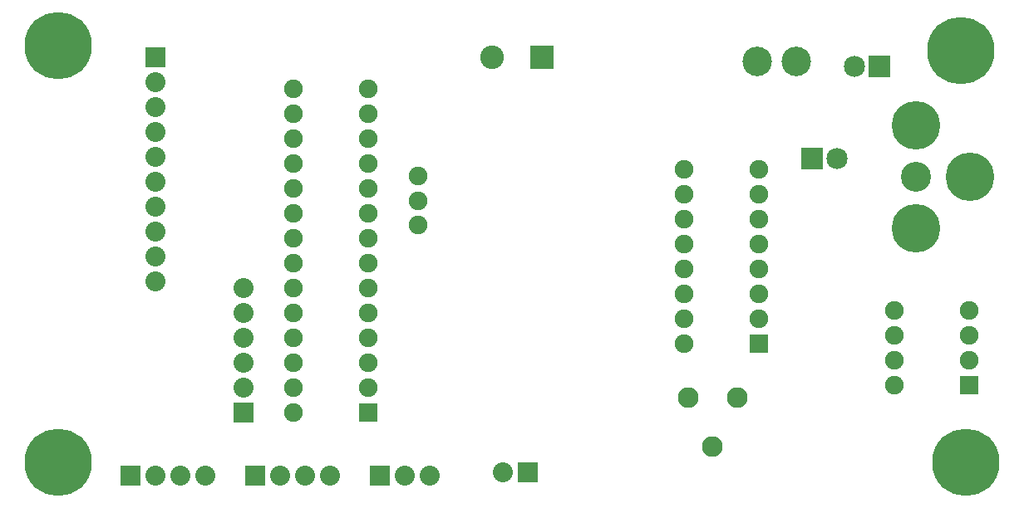
<source format=gbs>
G04 (created by PCBNEW-RS274X (2011-05-25)-stable) date Mon 25 Feb 2013 07:43:18 PM EST*
G01*
G70*
G90*
%MOIN*%
G04 Gerber Fmt 3.4, Leading zero omitted, Abs format*
%FSLAX34Y34*%
G04 APERTURE LIST*
%ADD10C,0.006000*%
%ADD11C,0.075000*%
%ADD12R,0.080000X0.080000*%
%ADD13C,0.080000*%
%ADD14C,0.270000*%
%ADD15R,0.075000X0.075000*%
%ADD16R,0.085000X0.085000*%
%ADD17C,0.085000*%
%ADD18C,0.195000*%
%ADD19C,0.120000*%
%ADD20C,0.083000*%
%ADD21R,0.095000X0.095000*%
%ADD22C,0.095000*%
%ADD23C,0.118400*%
G04 APERTURE END LIST*
G54D10*
G54D11*
X56200Y-38616D03*
X56200Y-40584D03*
X56200Y-39600D03*
G54D12*
X44650Y-50650D03*
G54D13*
X45650Y-50650D03*
X46650Y-50650D03*
X47650Y-50650D03*
G54D12*
X49650Y-50650D03*
G54D13*
X50650Y-50650D03*
X51650Y-50650D03*
X52650Y-50650D03*
G54D12*
X54650Y-50650D03*
G54D13*
X55650Y-50650D03*
X56650Y-50650D03*
G54D12*
X60600Y-50500D03*
G54D13*
X59600Y-50500D03*
G54D12*
X49200Y-48100D03*
G54D13*
X49200Y-47100D03*
X49200Y-46100D03*
X49200Y-45100D03*
X49200Y-44100D03*
X49200Y-43100D03*
G54D14*
X78178Y-50111D03*
X41760Y-33378D03*
X77981Y-33575D03*
X41760Y-50111D03*
G54D15*
X78300Y-47000D03*
G54D11*
X78300Y-46000D03*
X78300Y-45000D03*
X78300Y-44000D03*
X75300Y-44000D03*
X75300Y-45000D03*
X75300Y-46000D03*
X75300Y-47000D03*
X54200Y-47100D03*
X54200Y-46100D03*
X54200Y-45100D03*
X54200Y-44100D03*
X54200Y-43100D03*
X54200Y-42100D03*
X54200Y-41100D03*
X54200Y-40100D03*
X54200Y-39100D03*
X54200Y-38100D03*
X54200Y-37100D03*
X54200Y-36100D03*
X54200Y-35100D03*
G54D15*
X54200Y-48100D03*
G54D11*
X51200Y-35100D03*
X51200Y-36100D03*
X51200Y-37100D03*
X51200Y-38100D03*
X51200Y-39100D03*
X51200Y-40100D03*
X51200Y-41100D03*
X51200Y-42100D03*
X51200Y-43100D03*
X51200Y-44100D03*
X51200Y-45100D03*
X51200Y-46100D03*
X51200Y-47100D03*
X51200Y-48100D03*
G54D15*
X69850Y-45350D03*
G54D11*
X69850Y-44350D03*
X69850Y-43350D03*
X69850Y-42350D03*
X69850Y-41350D03*
X69850Y-40350D03*
X69850Y-39350D03*
X69850Y-38350D03*
X66850Y-38350D03*
X66850Y-39350D03*
X66850Y-40350D03*
X66850Y-41350D03*
X66850Y-42350D03*
X66850Y-43350D03*
X66850Y-44350D03*
X66850Y-45350D03*
G54D16*
X72000Y-37900D03*
G54D17*
X73000Y-37900D03*
G54D18*
X78320Y-38650D03*
X76150Y-36585D03*
X76150Y-40715D03*
G54D19*
X76150Y-38650D03*
G54D20*
X68984Y-47500D03*
X67016Y-47500D03*
X68000Y-49469D03*
G54D13*
X45650Y-42850D03*
X45650Y-41850D03*
X45650Y-38850D03*
X45650Y-37850D03*
G54D12*
X45650Y-33850D03*
G54D13*
X45650Y-34850D03*
X45650Y-35850D03*
X45650Y-36850D03*
X45650Y-39850D03*
X45650Y-40850D03*
G54D16*
X74700Y-34200D03*
G54D17*
X73700Y-34200D03*
G54D21*
X61150Y-33850D03*
G54D22*
X59150Y-33850D03*
G54D23*
X69800Y-34000D03*
X71360Y-34000D03*
M02*

</source>
